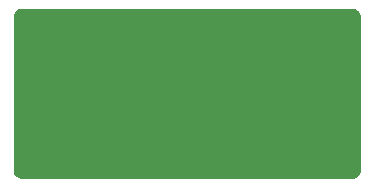
<source format=gbl>
G04 #@! TF.GenerationSoftware,KiCad,Pcbnew,(6.0.0-0)*
G04 #@! TF.CreationDate,2022-02-26T19:29:41+02:00*
G04 #@! TF.ProjectId,miniRGBii,6d696e69-5247-4426-9969-2e6b69636164,1.0*
G04 #@! TF.SameCoordinates,Original*
G04 #@! TF.FileFunction,Copper,L2,Bot*
G04 #@! TF.FilePolarity,Positive*
%FSLAX46Y46*%
G04 Gerber Fmt 4.6, Leading zero omitted, Abs format (unit mm)*
G04 Created by KiCad (PCBNEW (6.0.0-0)) date 2022-02-26 19:29:41*
%MOMM*%
%LPD*%
G01*
G04 APERTURE LIST*
G04 #@! TA.AperFunction,ViaPad*
%ADD10C,0.800000*%
G04 #@! TD*
G04 APERTURE END LIST*
D10*
X202600000Y-57700000D03*
X204200000Y-63900000D03*
X205100000Y-67900000D03*
X199800000Y-62800000D03*
X188900000Y-56700000D03*
X187000000Y-54800000D03*
X185000000Y-54800000D03*
X205000000Y-60500000D03*
X204190953Y-65790953D03*
X194400000Y-56700000D03*
X204200000Y-67900000D03*
G04 #@! TA.AperFunction,Conductor*
G36*
X211986593Y-54302264D02*
G01*
X212000000Y-54304628D01*
X212012837Y-54302365D01*
X212016688Y-54302365D01*
X212031288Y-54303082D01*
X212121962Y-54312012D01*
X212150610Y-54317711D01*
X212202221Y-54333367D01*
X212253835Y-54349024D01*
X212280820Y-54360201D01*
X212375958Y-54411054D01*
X212400240Y-54427279D01*
X212483631Y-54495715D01*
X212504284Y-54516368D01*
X212572721Y-54599760D01*
X212588946Y-54624042D01*
X212639799Y-54719180D01*
X212650977Y-54746167D01*
X212682289Y-54849390D01*
X212687988Y-54878038D01*
X212696918Y-54968712D01*
X212697635Y-54983312D01*
X212697635Y-54987163D01*
X212695372Y-55000000D01*
X212697636Y-55012838D01*
X212697736Y-55013407D01*
X212700000Y-55039280D01*
X212700000Y-67960720D01*
X212697736Y-67986593D01*
X212695372Y-68000000D01*
X212697635Y-68012837D01*
X212697635Y-68016688D01*
X212696918Y-68031288D01*
X212687988Y-68121962D01*
X212682289Y-68150610D01*
X212650977Y-68253833D01*
X212639799Y-68280820D01*
X212588946Y-68375958D01*
X212572721Y-68400240D01*
X212504285Y-68483631D01*
X212483632Y-68504284D01*
X212400240Y-68572721D01*
X212375958Y-68588946D01*
X212280820Y-68639799D01*
X212253835Y-68650976D01*
X212202221Y-68666633D01*
X212150610Y-68682289D01*
X212121962Y-68687988D01*
X212031288Y-68696918D01*
X212016688Y-68697635D01*
X212012837Y-68697635D01*
X212000000Y-68695372D01*
X211986593Y-68697736D01*
X211960720Y-68700000D01*
X184039280Y-68700000D01*
X184013407Y-68697736D01*
X184000000Y-68695372D01*
X183987163Y-68697635D01*
X183983312Y-68697635D01*
X183968712Y-68696918D01*
X183878038Y-68687988D01*
X183849390Y-68682289D01*
X183797779Y-68666633D01*
X183746165Y-68650976D01*
X183719180Y-68639799D01*
X183624042Y-68588946D01*
X183599760Y-68572721D01*
X183516368Y-68504284D01*
X183495715Y-68483631D01*
X183427279Y-68400240D01*
X183411054Y-68375958D01*
X183360201Y-68280820D01*
X183349023Y-68253833D01*
X183317711Y-68150610D01*
X183312012Y-68121962D01*
X183303082Y-68031288D01*
X183302365Y-68016688D01*
X183302365Y-68012837D01*
X183304628Y-68000000D01*
X183302264Y-67986593D01*
X183300000Y-67960720D01*
X183300000Y-55039280D01*
X183302264Y-55013407D01*
X183302364Y-55012838D01*
X183304628Y-55000000D01*
X183302365Y-54987163D01*
X183302365Y-54983312D01*
X183303082Y-54968712D01*
X183312012Y-54878038D01*
X183317711Y-54849390D01*
X183349023Y-54746167D01*
X183360201Y-54719180D01*
X183411054Y-54624042D01*
X183427279Y-54599760D01*
X183495716Y-54516368D01*
X183516369Y-54495715D01*
X183599760Y-54427279D01*
X183624042Y-54411054D01*
X183719180Y-54360201D01*
X183746165Y-54349024D01*
X183797779Y-54333367D01*
X183849390Y-54317711D01*
X183878038Y-54312012D01*
X183968712Y-54303082D01*
X183983312Y-54302365D01*
X183987163Y-54302365D01*
X184000000Y-54304628D01*
X184013407Y-54302264D01*
X184039280Y-54300000D01*
X211960720Y-54300000D01*
X211986593Y-54302264D01*
G37*
G04 #@! TD.AperFunction*
M02*

</source>
